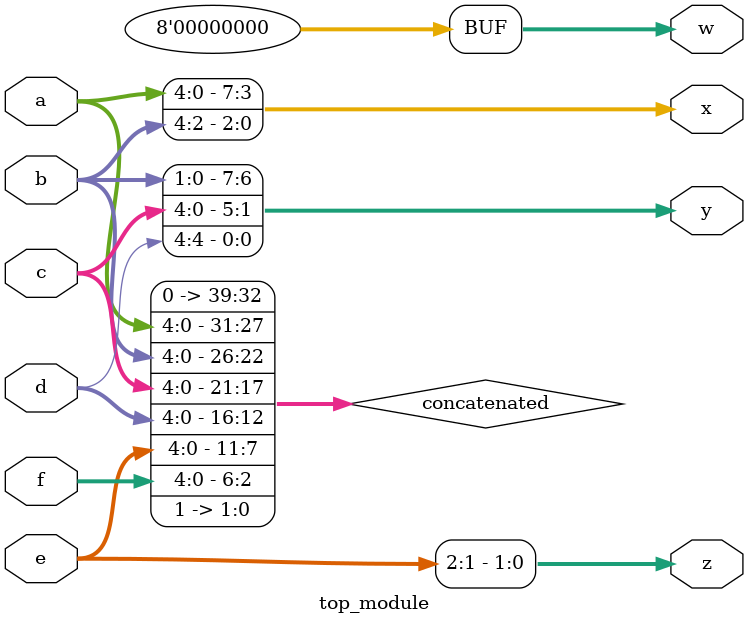
<source format=sv>
module top_module (
	input [4:0] a,
	input [4:0] b,
	input [4:0] c,
	input [4:0] d,
	input [4:0] e,
	input [4:0] f,
	output [7:0] w,
	output [7:0] x,
	output [7:0] y,
	output [7:8] z
);

wire [39:0] concatenated;

assign concatenated = {a, b, c, d, e, f, 2'b11};

assign w = concatenated[39:32];
assign x = concatenated[31:24];
assign y = concatenated[23:16];
assign z = concatenated[15:8];

endmodule

</source>
